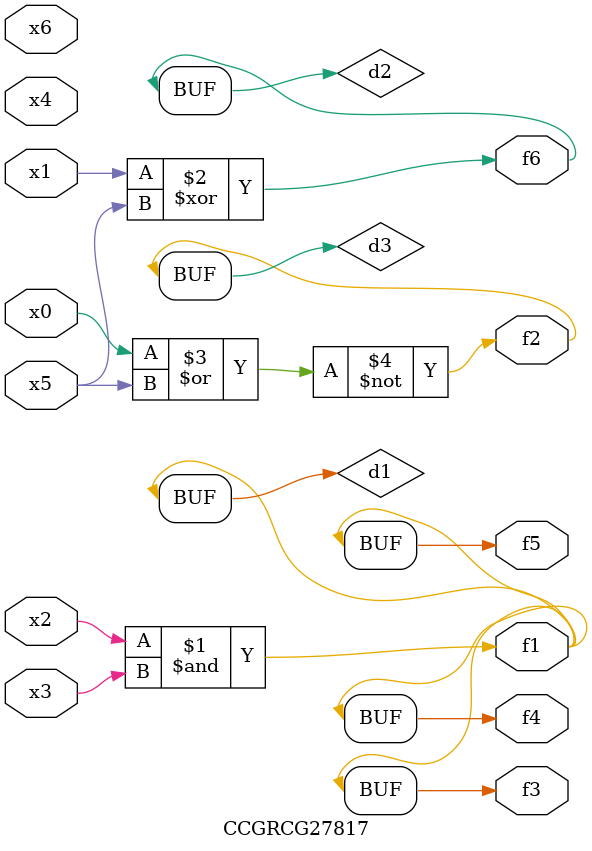
<source format=v>
module CCGRCG27817(
	input x0, x1, x2, x3, x4, x5, x6,
	output f1, f2, f3, f4, f5, f6
);

	wire d1, d2, d3;

	and (d1, x2, x3);
	xor (d2, x1, x5);
	nor (d3, x0, x5);
	assign f1 = d1;
	assign f2 = d3;
	assign f3 = d1;
	assign f4 = d1;
	assign f5 = d1;
	assign f6 = d2;
endmodule

</source>
